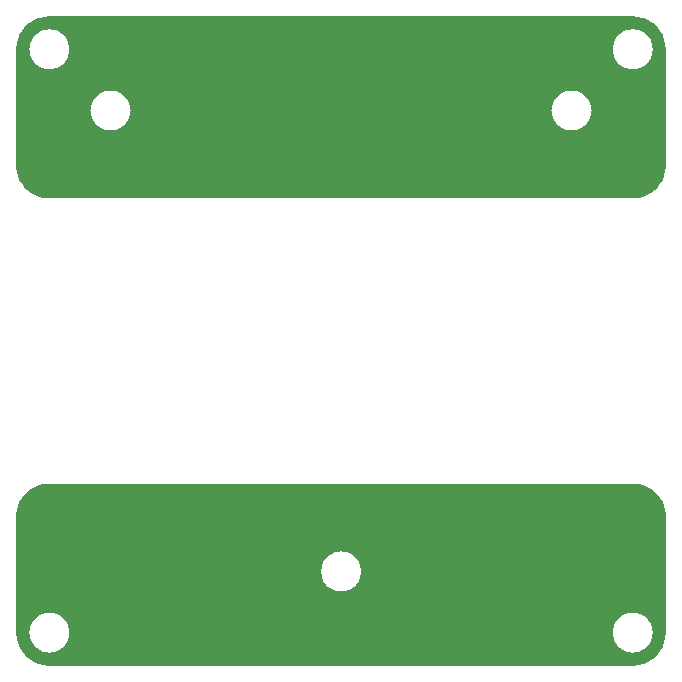
<source format=gtl>
G04*
G04 #@! TF.GenerationSoftware,Altium Limited,Altium Designer,22.10.1 (41)*
G04*
G04 Layer_Physical_Order=1*
G04 Layer_Color=6579420*
%FSLAX25Y25*%
%MOIN*%
G70*
G04*
G04 #@! TF.SameCoordinates,250C4105-873D-48B8-9BDC-DF256EB57D7A*
G04*
G04*
G04 #@! TF.FilePolarity,Positive*
G04*
G01*
G75*
%ADD11C,0.04331*%
G36*
X99397Y-47776D02*
X100802Y-48152D01*
X102145Y-48709D01*
X103404Y-49435D01*
X104557Y-50321D01*
X105585Y-51349D01*
X106470Y-52502D01*
X107197Y-53761D01*
X107753Y-55104D01*
X108130Y-56508D01*
X108265Y-57538D01*
Y-77953D01*
X108265Y-97229D01*
X108265Y-97229D01*
X108253D01*
X108117Y-98954D01*
X107714Y-100636D01*
X107052Y-102234D01*
X106148Y-103709D01*
X105024Y-105024D01*
X103709Y-106148D01*
X102234Y-107052D01*
X100636Y-107714D01*
X98954Y-108117D01*
X97229Y-108253D01*
Y-108265D01*
X97229Y-108265D01*
X77953D01*
X77952Y-108265D01*
X77951Y-108265D01*
X-96730Y-108265D01*
X-97230Y-108253D01*
X-97230Y-108253D01*
X-98954Y-108117D01*
X-100636Y-107714D01*
X-102234Y-107052D01*
X-103709Y-106148D01*
X-105024Y-105024D01*
X-106148Y-103709D01*
X-107052Y-102234D01*
X-107714Y-100636D01*
X-108117Y-98954D01*
X-108253Y-97229D01*
X-108265D01*
Y-77953D01*
Y-57538D01*
X-108130Y-56508D01*
X-107753Y-55104D01*
X-107197Y-53761D01*
X-106470Y-52502D01*
X-105585Y-51349D01*
X-104557Y-50321D01*
X-103404Y-49435D01*
X-102145Y-48709D01*
X-100802Y-48152D01*
X-99397Y-47776D01*
X-97956Y-47586D01*
X-97229D01*
X-97228Y-47586D01*
X97229Y-47586D01*
X97956D01*
X99397Y-47776D01*
D02*
G37*
G36*
X97229Y108253D02*
X97229Y108253D01*
X97229Y108253D01*
X98954Y108117D01*
X100636Y107714D01*
X102234Y107052D01*
X103709Y106148D01*
X105024Y105024D01*
X106148Y103709D01*
X107052Y102234D01*
X107714Y100636D01*
X108117Y98954D01*
X108253Y97229D01*
X108265D01*
X108265Y97229D01*
Y57538D01*
X108130Y56508D01*
X107753Y55104D01*
X107197Y53761D01*
X106470Y52502D01*
X105585Y51349D01*
X104557Y50321D01*
X103404Y49435D01*
X102145Y48709D01*
X100802Y48152D01*
X99397Y47776D01*
X97956Y47586D01*
X97229D01*
X-97228Y47586D01*
X-97229Y47586D01*
X-97956D01*
X-99397Y47776D01*
X-100802Y48152D01*
X-102145Y48709D01*
X-103404Y49435D01*
X-104557Y50321D01*
X-105585Y51349D01*
X-106470Y52502D01*
X-107197Y53761D01*
X-107753Y55104D01*
X-108130Y56508D01*
X-108265Y57538D01*
Y77953D01*
X-108265Y96729D01*
X-108253Y97229D01*
X-108253Y97229D01*
X-108253Y97229D01*
X-108117Y98954D01*
X-107714Y100636D01*
X-107052Y102234D01*
X-106148Y103709D01*
X-105024Y105024D01*
X-103709Y106148D01*
X-102234Y107052D01*
X-100636Y107714D01*
X-98954Y108117D01*
X-97229Y108253D01*
X-97228Y108265D01*
X96729Y108265D01*
X97229Y108253D01*
D02*
G37*
%LPC*%
G36*
X659Y-70130D02*
X-659D01*
X-1952Y-70388D01*
X-3170Y-70892D01*
X-4267Y-71624D01*
X-5199Y-72557D01*
X-5931Y-73653D01*
X-6436Y-74871D01*
X-6693Y-76164D01*
Y-77482D01*
X-6436Y-78775D01*
X-5931Y-79993D01*
X-5199Y-81090D01*
X-4267Y-82022D01*
X-3170Y-82754D01*
X-1952Y-83259D01*
X-659Y-83516D01*
X659D01*
X1952Y-83259D01*
X3170Y-82754D01*
X4267Y-82022D01*
X5199Y-81090D01*
X5931Y-79993D01*
X6436Y-78775D01*
X6693Y-77482D01*
Y-76164D01*
X6436Y-74871D01*
X5931Y-73653D01*
X5199Y-72557D01*
X4267Y-71624D01*
X3170Y-70892D01*
X1952Y-70388D01*
X659Y-70130D01*
D02*
G37*
G36*
X97888Y-90536D02*
X96570D01*
X95277Y-90794D01*
X94059Y-91298D01*
X92963Y-92031D01*
X92031Y-92963D01*
X91298Y-94059D01*
X90794Y-95277D01*
X90536Y-96570D01*
Y-97888D01*
X90794Y-99181D01*
X91298Y-100399D01*
X92031Y-101496D01*
X92963Y-102428D01*
X94059Y-103160D01*
X95277Y-103665D01*
X96570Y-103922D01*
X97888D01*
X99181Y-103665D01*
X100399Y-103160D01*
X101496Y-102428D01*
X102428Y-101496D01*
X103160Y-100399D01*
X103665Y-99181D01*
X103922Y-97888D01*
Y-96570D01*
X103665Y-95277D01*
X103160Y-94059D01*
X102428Y-92963D01*
X101496Y-92031D01*
X100399Y-91298D01*
X99181Y-90794D01*
X97888Y-90536D01*
D02*
G37*
G36*
X-96570D02*
X-97888D01*
X-99181Y-90794D01*
X-100399Y-91298D01*
X-101496Y-92031D01*
X-102428Y-92963D01*
X-103160Y-94059D01*
X-103665Y-95277D01*
X-103922Y-96570D01*
Y-97888D01*
X-103665Y-99181D01*
X-103160Y-100399D01*
X-102428Y-101496D01*
X-101496Y-102428D01*
X-100399Y-103160D01*
X-99181Y-103665D01*
X-97888Y-103922D01*
X-96570D01*
X-95277Y-103665D01*
X-94059Y-103160D01*
X-92963Y-102428D01*
X-92031Y-101496D01*
X-91298Y-100399D01*
X-90794Y-99181D01*
X-90536Y-97888D01*
Y-96570D01*
X-90794Y-95277D01*
X-91298Y-94059D01*
X-92031Y-92963D01*
X-92963Y-92031D01*
X-94059Y-91298D01*
X-95277Y-90794D01*
X-96570Y-90536D01*
D02*
G37*
G36*
X97888Y103922D02*
X96570D01*
X95277Y103665D01*
X94059Y103160D01*
X92963Y102428D01*
X92031Y101496D01*
X91298Y100399D01*
X90794Y99181D01*
X90536Y97888D01*
Y96570D01*
X90794Y95277D01*
X91298Y94059D01*
X92031Y92963D01*
X92963Y92031D01*
X94059Y91298D01*
X95277Y90794D01*
X96570Y90536D01*
X97888D01*
X99181Y90794D01*
X100399Y91298D01*
X101496Y92031D01*
X102428Y92963D01*
X103160Y94059D01*
X103665Y95277D01*
X103922Y96570D01*
Y97888D01*
X103665Y99181D01*
X103160Y100399D01*
X102428Y101496D01*
X101496Y102428D01*
X100399Y103160D01*
X99181Y103665D01*
X97888Y103922D01*
D02*
G37*
G36*
X-96570D02*
X-97888D01*
X-99181Y103665D01*
X-100399Y103160D01*
X-101496Y102428D01*
X-102428Y101496D01*
X-103160Y100399D01*
X-103665Y99181D01*
X-103922Y97888D01*
Y96570D01*
X-103665Y95277D01*
X-103160Y94059D01*
X-102428Y92963D01*
X-101496Y92031D01*
X-100399Y91298D01*
X-99181Y90794D01*
X-97888Y90536D01*
X-96570D01*
X-95277Y90794D01*
X-94059Y91298D01*
X-92963Y92031D01*
X-92031Y92963D01*
X-91298Y94059D01*
X-90794Y95277D01*
X-90536Y96570D01*
Y97888D01*
X-90794Y99181D01*
X-91298Y100399D01*
X-92031Y101496D01*
X-92963Y102428D01*
X-94059Y103160D01*
X-95277Y103665D01*
X-96570Y103922D01*
D02*
G37*
G36*
X77482Y83516D02*
X76164D01*
X74871Y83259D01*
X73653Y82754D01*
X72557Y82022D01*
X71624Y81090D01*
X70892Y79993D01*
X70388Y78775D01*
X70130Y77482D01*
Y76164D01*
X70388Y74871D01*
X70892Y73653D01*
X71624Y72557D01*
X72557Y71624D01*
X73653Y70892D01*
X74871Y70387D01*
X76164Y70130D01*
X77482D01*
X78775Y70387D01*
X79993Y70892D01*
X81090Y71624D01*
X82022Y72557D01*
X82754Y73653D01*
X83259Y74871D01*
X83516Y76164D01*
Y77482D01*
X83259Y78775D01*
X82754Y79993D01*
X82022Y81090D01*
X81090Y82022D01*
X79993Y82754D01*
X78775Y83259D01*
X77482Y83516D01*
D02*
G37*
G36*
X-76164D02*
X-77482D01*
X-78775Y83259D01*
X-79993Y82754D01*
X-81090Y82022D01*
X-82022Y81090D01*
X-82754Y79993D01*
X-83259Y78775D01*
X-83516Y77482D01*
Y76164D01*
X-83259Y74871D01*
X-82754Y73653D01*
X-82022Y72557D01*
X-81090Y71624D01*
X-79993Y70892D01*
X-78775Y70387D01*
X-77482Y70130D01*
X-76164D01*
X-74871Y70387D01*
X-73653Y70892D01*
X-72557Y71624D01*
X-71624Y72557D01*
X-70892Y73653D01*
X-70387Y74871D01*
X-70130Y76164D01*
Y77482D01*
X-70387Y78775D01*
X-70892Y79993D01*
X-71624Y81090D01*
X-72557Y82022D01*
X-73653Y82754D01*
X-74871Y83259D01*
X-76164Y83516D01*
D02*
G37*
%LPD*%
D11*
X85681Y76823D02*
G03*
X85681Y76823I-8858J0D01*
G01*
X-67965D02*
G03*
X-67965Y76823I-8858J0D01*
G01*
X8858Y-76823D02*
G03*
X8858Y-76823I-8858J0D01*
G01*
X-88371Y97229D02*
G03*
X-88371Y97229I-8858J0D01*
G01*
X-88371Y-97229D02*
G03*
X-88371Y-97229I-8858J0D01*
G01*
X106088D02*
G03*
X106088Y-97229I-8858J0D01*
G01*
X106088Y97229D02*
G03*
X106088Y97229I-8858J0D01*
G01*
M02*

</source>
